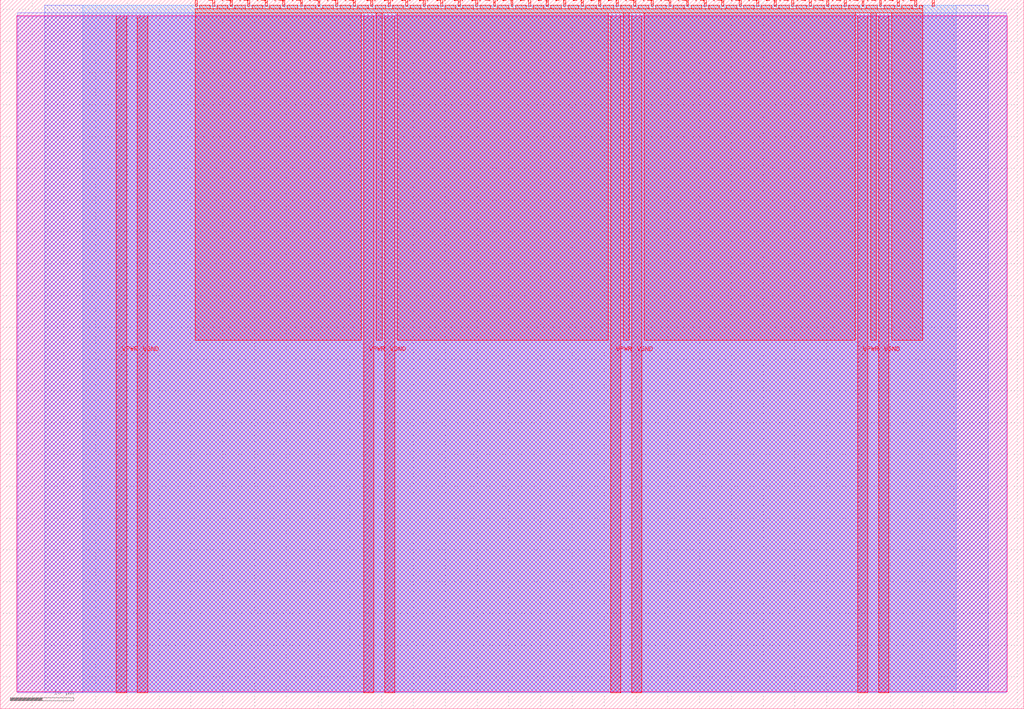
<source format=lef>
VERSION 5.7 ;
  NOWIREEXTENSIONATPIN ON ;
  DIVIDERCHAR "/" ;
  BUSBITCHARS "[]" ;
MACRO tt_um_vga_clock
  CLASS BLOCK ;
  FOREIGN tt_um_vga_clock ;
  ORIGIN 0.000 0.000 ;
  SIZE 161.000 BY 111.520 ;
  PIN VGND
    DIRECTION INOUT ;
    USE GROUND ;
    PORT
      LAYER met4 ;
        RECT 21.580 2.480 23.180 109.040 ;
    END
    PORT
      LAYER met4 ;
        RECT 60.450 2.480 62.050 109.040 ;
    END
    PORT
      LAYER met4 ;
        RECT 99.320 2.480 100.920 109.040 ;
    END
    PORT
      LAYER met4 ;
        RECT 138.190 2.480 139.790 109.040 ;
    END
  END VGND
  PIN VPWR
    DIRECTION INOUT ;
    USE POWER ;
    PORT
      LAYER met4 ;
        RECT 18.280 2.480 19.880 109.040 ;
    END
    PORT
      LAYER met4 ;
        RECT 57.150 2.480 58.750 109.040 ;
    END
    PORT
      LAYER met4 ;
        RECT 96.020 2.480 97.620 109.040 ;
    END
    PORT
      LAYER met4 ;
        RECT 134.890 2.480 136.490 109.040 ;
    END
  END VPWR
  PIN clk
    DIRECTION INPUT ;
    USE SIGNAL ;
    ANTENNAGATEAREA 0.852000 ;
    PORT
      LAYER met4 ;
        RECT 143.830 110.520 144.130 111.520 ;
    END
  END clk
  PIN ena
    DIRECTION INPUT ;
    USE SIGNAL ;
    PORT
      LAYER met4 ;
        RECT 146.590 110.520 146.890 111.520 ;
    END
  END ena
  PIN rst_n
    DIRECTION INPUT ;
    USE SIGNAL ;
    ANTENNAGATEAREA 0.196500 ;
    PORT
      LAYER met4 ;
        RECT 141.070 110.520 141.370 111.520 ;
    END
  END rst_n
  PIN ui_in[0]
    DIRECTION INPUT ;
    USE SIGNAL ;
    ANTENNAGATEAREA 0.126000 ;
    PORT
      LAYER met4 ;
        RECT 138.310 110.520 138.610 111.520 ;
    END
  END ui_in[0]
  PIN ui_in[1]
    DIRECTION INPUT ;
    USE SIGNAL ;
    ANTENNAGATEAREA 0.126000 ;
    PORT
      LAYER met4 ;
        RECT 135.550 110.520 135.850 111.520 ;
    END
  END ui_in[1]
  PIN ui_in[2]
    DIRECTION INPUT ;
    USE SIGNAL ;
    ANTENNAGATEAREA 0.213000 ;
    PORT
      LAYER met4 ;
        RECT 132.790 110.520 133.090 111.520 ;
    END
  END ui_in[2]
  PIN ui_in[3]
    DIRECTION INPUT ;
    USE SIGNAL ;
    ANTENNAGATEAREA 0.126000 ;
    PORT
      LAYER met4 ;
        RECT 130.030 110.520 130.330 111.520 ;
    END
  END ui_in[3]
  PIN ui_in[4]
    DIRECTION INPUT ;
    USE SIGNAL ;
    PORT
      LAYER met4 ;
        RECT 127.270 110.520 127.570 111.520 ;
    END
  END ui_in[4]
  PIN ui_in[5]
    DIRECTION INPUT ;
    USE SIGNAL ;
    PORT
      LAYER met4 ;
        RECT 124.510 110.520 124.810 111.520 ;
    END
  END ui_in[5]
  PIN ui_in[6]
    DIRECTION INPUT ;
    USE SIGNAL ;
    PORT
      LAYER met4 ;
        RECT 121.750 110.520 122.050 111.520 ;
    END
  END ui_in[6]
  PIN ui_in[7]
    DIRECTION INPUT ;
    USE SIGNAL ;
    PORT
      LAYER met4 ;
        RECT 118.990 110.520 119.290 111.520 ;
    END
  END ui_in[7]
  PIN uio_in[0]
    DIRECTION INPUT ;
    USE SIGNAL ;
    PORT
      LAYER met4 ;
        RECT 116.230 110.520 116.530 111.520 ;
    END
  END uio_in[0]
  PIN uio_in[1]
    DIRECTION INPUT ;
    USE SIGNAL ;
    PORT
      LAYER met4 ;
        RECT 113.470 110.520 113.770 111.520 ;
    END
  END uio_in[1]
  PIN uio_in[2]
    DIRECTION INPUT ;
    USE SIGNAL ;
    PORT
      LAYER met4 ;
        RECT 110.710 110.520 111.010 111.520 ;
    END
  END uio_in[2]
  PIN uio_in[3]
    DIRECTION INPUT ;
    USE SIGNAL ;
    PORT
      LAYER met4 ;
        RECT 107.950 110.520 108.250 111.520 ;
    END
  END uio_in[3]
  PIN uio_in[4]
    DIRECTION INPUT ;
    USE SIGNAL ;
    PORT
      LAYER met4 ;
        RECT 105.190 110.520 105.490 111.520 ;
    END
  END uio_in[4]
  PIN uio_in[5]
    DIRECTION INPUT ;
    USE SIGNAL ;
    PORT
      LAYER met4 ;
        RECT 102.430 110.520 102.730 111.520 ;
    END
  END uio_in[5]
  PIN uio_in[6]
    DIRECTION INPUT ;
    USE SIGNAL ;
    PORT
      LAYER met4 ;
        RECT 99.670 110.520 99.970 111.520 ;
    END
  END uio_in[6]
  PIN uio_in[7]
    DIRECTION INPUT ;
    USE SIGNAL ;
    PORT
      LAYER met4 ;
        RECT 96.910 110.520 97.210 111.520 ;
    END
  END uio_in[7]
  PIN uio_oe[0]
    DIRECTION OUTPUT ;
    USE SIGNAL ;
    PORT
      LAYER met4 ;
        RECT 49.990 110.520 50.290 111.520 ;
    END
  END uio_oe[0]
  PIN uio_oe[1]
    DIRECTION OUTPUT ;
    USE SIGNAL ;
    PORT
      LAYER met4 ;
        RECT 47.230 110.520 47.530 111.520 ;
    END
  END uio_oe[1]
  PIN uio_oe[2]
    DIRECTION OUTPUT ;
    USE SIGNAL ;
    PORT
      LAYER met4 ;
        RECT 44.470 110.520 44.770 111.520 ;
    END
  END uio_oe[2]
  PIN uio_oe[3]
    DIRECTION OUTPUT ;
    USE SIGNAL ;
    PORT
      LAYER met4 ;
        RECT 41.710 110.520 42.010 111.520 ;
    END
  END uio_oe[3]
  PIN uio_oe[4]
    DIRECTION OUTPUT ;
    USE SIGNAL ;
    PORT
      LAYER met4 ;
        RECT 38.950 110.520 39.250 111.520 ;
    END
  END uio_oe[4]
  PIN uio_oe[5]
    DIRECTION OUTPUT ;
    USE SIGNAL ;
    PORT
      LAYER met4 ;
        RECT 36.190 110.520 36.490 111.520 ;
    END
  END uio_oe[5]
  PIN uio_oe[6]
    DIRECTION OUTPUT ;
    USE SIGNAL ;
    PORT
      LAYER met4 ;
        RECT 33.430 110.520 33.730 111.520 ;
    END
  END uio_oe[6]
  PIN uio_oe[7]
    DIRECTION OUTPUT ;
    USE SIGNAL ;
    PORT
      LAYER met4 ;
        RECT 30.670 110.520 30.970 111.520 ;
    END
  END uio_oe[7]
  PIN uio_out[0]
    DIRECTION OUTPUT ;
    USE SIGNAL ;
    PORT
      LAYER met4 ;
        RECT 72.070 110.520 72.370 111.520 ;
    END
  END uio_out[0]
  PIN uio_out[1]
    DIRECTION OUTPUT ;
    USE SIGNAL ;
    PORT
      LAYER met4 ;
        RECT 69.310 110.520 69.610 111.520 ;
    END
  END uio_out[1]
  PIN uio_out[2]
    DIRECTION OUTPUT ;
    USE SIGNAL ;
    PORT
      LAYER met4 ;
        RECT 66.550 110.520 66.850 111.520 ;
    END
  END uio_out[2]
  PIN uio_out[3]
    DIRECTION OUTPUT ;
    USE SIGNAL ;
    PORT
      LAYER met4 ;
        RECT 63.790 110.520 64.090 111.520 ;
    END
  END uio_out[3]
  PIN uio_out[4]
    DIRECTION OUTPUT ;
    USE SIGNAL ;
    PORT
      LAYER met4 ;
        RECT 61.030 110.520 61.330 111.520 ;
    END
  END uio_out[4]
  PIN uio_out[5]
    DIRECTION OUTPUT ;
    USE SIGNAL ;
    PORT
      LAYER met4 ;
        RECT 58.270 110.520 58.570 111.520 ;
    END
  END uio_out[5]
  PIN uio_out[6]
    DIRECTION OUTPUT ;
    USE SIGNAL ;
    PORT
      LAYER met4 ;
        RECT 55.510 110.520 55.810 111.520 ;
    END
  END uio_out[6]
  PIN uio_out[7]
    DIRECTION OUTPUT ;
    USE SIGNAL ;
    PORT
      LAYER met4 ;
        RECT 52.750 110.520 53.050 111.520 ;
    END
  END uio_out[7]
  PIN uo_out[0]
    DIRECTION OUTPUT ;
    USE SIGNAL ;
    ANTENNADIFFAREA 0.445500 ;
    PORT
      LAYER met4 ;
        RECT 94.150 110.520 94.450 111.520 ;
    END
  END uo_out[0]
  PIN uo_out[1]
    DIRECTION OUTPUT ;
    USE SIGNAL ;
    ANTENNADIFFAREA 0.445500 ;
    PORT
      LAYER met4 ;
        RECT 91.390 110.520 91.690 111.520 ;
    END
  END uo_out[1]
  PIN uo_out[2]
    DIRECTION OUTPUT ;
    USE SIGNAL ;
    ANTENNADIFFAREA 1.431000 ;
    PORT
      LAYER met4 ;
        RECT 88.630 110.520 88.930 111.520 ;
    END
  END uo_out[2]
  PIN uo_out[3]
    DIRECTION OUTPUT ;
    USE SIGNAL ;
    ANTENNADIFFAREA 0.445500 ;
    PORT
      LAYER met4 ;
        RECT 85.870 110.520 86.170 111.520 ;
    END
  END uo_out[3]
  PIN uo_out[4]
    DIRECTION OUTPUT ;
    USE SIGNAL ;
    ANTENNADIFFAREA 0.445500 ;
    PORT
      LAYER met4 ;
        RECT 83.110 110.520 83.410 111.520 ;
    END
  END uo_out[4]
  PIN uo_out[5]
    DIRECTION OUTPUT ;
    USE SIGNAL ;
    ANTENNADIFFAREA 0.445500 ;
    PORT
      LAYER met4 ;
        RECT 80.350 110.520 80.650 111.520 ;
    END
  END uo_out[5]
  PIN uo_out[6]
    DIRECTION OUTPUT ;
    USE SIGNAL ;
    ANTENNADIFFAREA 0.445500 ;
    PORT
      LAYER met4 ;
        RECT 77.590 110.520 77.890 111.520 ;
    END
  END uo_out[6]
  PIN uo_out[7]
    DIRECTION OUTPUT ;
    USE SIGNAL ;
    ANTENNADIFFAREA 0.445500 ;
    PORT
      LAYER met4 ;
        RECT 74.830 110.520 75.130 111.520 ;
    END
  END uo_out[7]
  OBS
      LAYER nwell ;
        RECT 2.570 2.635 158.430 108.990 ;
      LAYER li1 ;
        RECT 2.760 2.635 158.240 108.885 ;
      LAYER met1 ;
        RECT 2.760 2.480 158.240 109.440 ;
      LAYER met2 ;
        RECT 7.000 2.535 155.380 110.685 ;
      LAYER met3 ;
        RECT 12.945 2.555 150.355 110.665 ;
      LAYER met4 ;
        RECT 31.370 110.120 33.030 110.665 ;
        RECT 34.130 110.120 35.790 110.665 ;
        RECT 36.890 110.120 38.550 110.665 ;
        RECT 39.650 110.120 41.310 110.665 ;
        RECT 42.410 110.120 44.070 110.665 ;
        RECT 45.170 110.120 46.830 110.665 ;
        RECT 47.930 110.120 49.590 110.665 ;
        RECT 50.690 110.120 52.350 110.665 ;
        RECT 53.450 110.120 55.110 110.665 ;
        RECT 56.210 110.120 57.870 110.665 ;
        RECT 58.970 110.120 60.630 110.665 ;
        RECT 61.730 110.120 63.390 110.665 ;
        RECT 64.490 110.120 66.150 110.665 ;
        RECT 67.250 110.120 68.910 110.665 ;
        RECT 70.010 110.120 71.670 110.665 ;
        RECT 72.770 110.120 74.430 110.665 ;
        RECT 75.530 110.120 77.190 110.665 ;
        RECT 78.290 110.120 79.950 110.665 ;
        RECT 81.050 110.120 82.710 110.665 ;
        RECT 83.810 110.120 85.470 110.665 ;
        RECT 86.570 110.120 88.230 110.665 ;
        RECT 89.330 110.120 90.990 110.665 ;
        RECT 92.090 110.120 93.750 110.665 ;
        RECT 94.850 110.120 96.510 110.665 ;
        RECT 97.610 110.120 99.270 110.665 ;
        RECT 100.370 110.120 102.030 110.665 ;
        RECT 103.130 110.120 104.790 110.665 ;
        RECT 105.890 110.120 107.550 110.665 ;
        RECT 108.650 110.120 110.310 110.665 ;
        RECT 111.410 110.120 113.070 110.665 ;
        RECT 114.170 110.120 115.830 110.665 ;
        RECT 116.930 110.120 118.590 110.665 ;
        RECT 119.690 110.120 121.350 110.665 ;
        RECT 122.450 110.120 124.110 110.665 ;
        RECT 125.210 110.120 126.870 110.665 ;
        RECT 127.970 110.120 129.630 110.665 ;
        RECT 130.730 110.120 132.390 110.665 ;
        RECT 133.490 110.120 135.150 110.665 ;
        RECT 136.250 110.120 137.910 110.665 ;
        RECT 139.010 110.120 140.670 110.665 ;
        RECT 141.770 110.120 143.430 110.665 ;
        RECT 144.530 110.120 145.065 110.665 ;
        RECT 30.655 109.440 145.065 110.120 ;
        RECT 30.655 57.975 56.750 109.440 ;
        RECT 59.150 57.975 60.050 109.440 ;
        RECT 62.450 57.975 95.620 109.440 ;
        RECT 98.020 57.975 98.920 109.440 ;
        RECT 101.320 57.975 134.490 109.440 ;
        RECT 136.890 57.975 137.790 109.440 ;
        RECT 140.190 57.975 145.065 109.440 ;
  END
END tt_um_vga_clock
END LIBRARY


</source>
